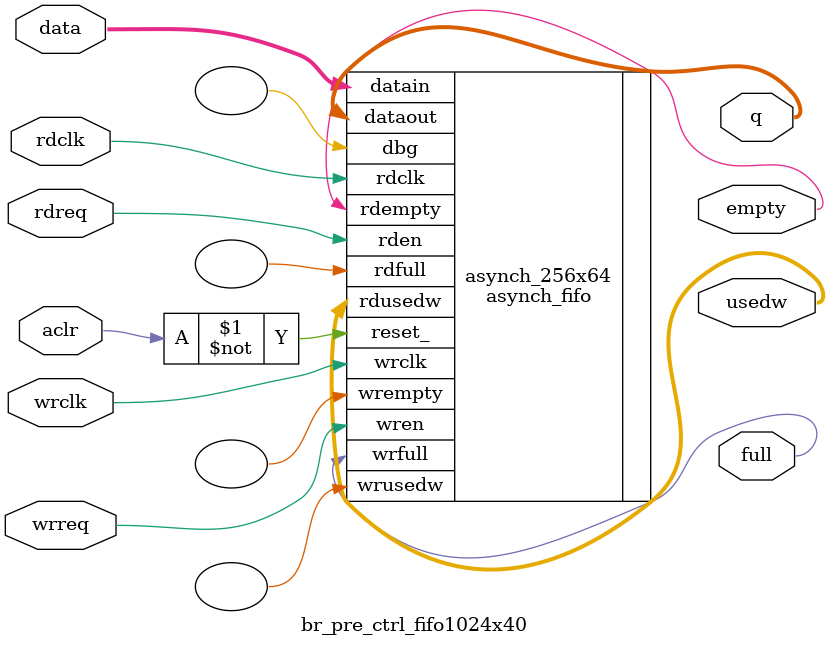
<source format=v>

`timescale 1ns/1ps
// synopsys translate_on

module br_pre_ctrl_fifo1024x40

(
			aclr,   	//i-1                                                     
                                                                                  
			wrclk,      //i-1, Clk for writing data                               
			wrreq,      //i-1, request to write                                   
			data,       //i-40, Data coming in                                    
			full,       //o-1, indicates fifo is full or not (To avoid overiding) 
		                                                                          
			rdclk,	    //i-1, Clk for reading data                               
			rdreq,      //i-1, Request to read from FIFO                          
			q, 	        //o-40, Data coming out                                   
			empty,      //o-1, indicates fifo is empty or not (to avoid underflow)
			usedw       //o-1, 1number of slots currently in use for reading      

);
	parameter WIDTH = 40,
			  DEPTH = 1024,
			  PTR	= 10;
			  
			  
			input  wire 				aclr;   	//i-1  
                                                           
			input  wire 				wrclk;      //i-1, Clk for writing data                               
			input  wire 				wrreq;      //i-1, request to write                                   
			input  wire [WIDTH-1 : 0]	data;       //i-40, Data coming in                                              
			output wire					full;       //o-1, indicates fifo is full or not (To avoid overiding) 
		                    		                                                                         
			input  wire 				rdclk;      //i-1, Clk for reading data                               
			input  wire 				rdreq;      //i-1, Request to read from FIFO                          
			output wire [WIDTH-1: 0]	q; 	        //o-40, Data coming out                                    
			output wire 				empty;      //o-1, indicates fifo is empty or not (to avoid underflow)
			output wire [PTR : 0] 		usedw;      //o-1, 1number of slots currently in use for reading       

			

asynch_fifo	#(.WIDTH (WIDTH),		  			
					  	  .DEPTH (DEPTH),
					 	  .PTR	 (PTR) )		 
 											
	asynch_256x64		  (
			.reset_		(~aclr),
			        	
			.wrclk		(wrclk),		//i, Clk to write data                                    	
			.wren		(wrreq),	   	//i, write enable                                         
			.datain		(data),			//i, write data                                           
			.wrfull		(full),			//o, indicates fifo is full or not (To avoid overiding)   
			.wrempty	(),				                                                          
			.wrusedw	(),				                                                          
                    	                                                                          
			.rdclk		(rdclk),		                                                          
			.rden		(rdreq),		// i-1, Clk to read data                                  
			.dataout	(q),			// i-1, read enable of data FIFO                          
			.rdfull		(),				// Dataout of data FIFO                                   
			.rdempty	(empty),		// indicates fifo is empty or not (to avoid underflow)                                                              
			.rdusedw	(usedw),		// rdusedw -number of locations filled in fifo (not used )
                                        
			.dbg		()

		 );
endmodule
</source>
